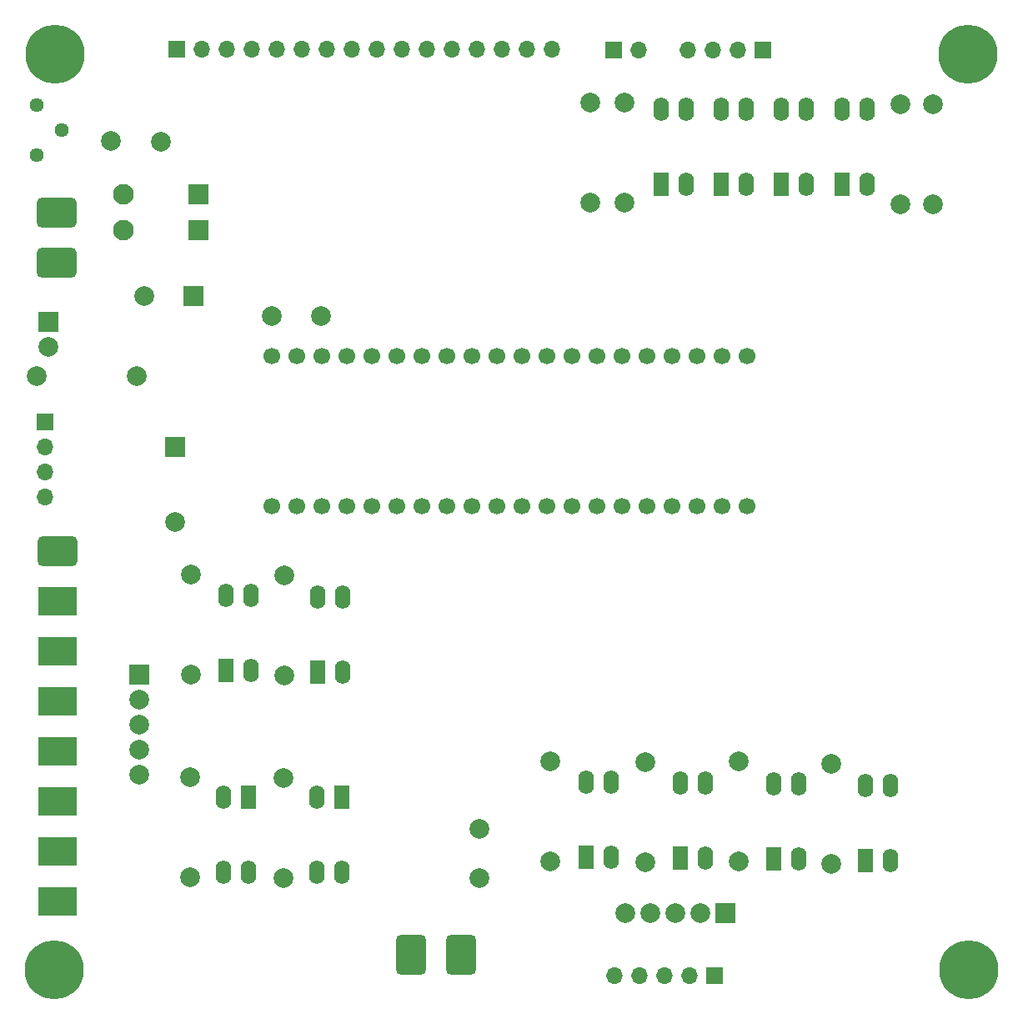
<source format=gbr>
%TF.GenerationSoftware,KiCad,Pcbnew,(6.0.8)*%
%TF.CreationDate,2023-03-03T00:45:07+05:30*%
%TF.ProjectId,STM32DryerPCB,53544d33-3244-4727-9965-725043422e6b,rev?*%
%TF.SameCoordinates,Original*%
%TF.FileFunction,Soldermask,Bot*%
%TF.FilePolarity,Negative*%
%FSLAX46Y46*%
G04 Gerber Fmt 4.6, Leading zero omitted, Abs format (unit mm)*
G04 Created by KiCad (PCBNEW (6.0.8)) date 2023-03-03 00:45:07*
%MOMM*%
%LPD*%
G01*
G04 APERTURE LIST*
G04 Aperture macros list*
%AMRoundRect*
0 Rectangle with rounded corners*
0 $1 Rounding radius*
0 $2 $3 $4 $5 $6 $7 $8 $9 X,Y pos of 4 corners*
0 Add a 4 corners polygon primitive as box body*
4,1,4,$2,$3,$4,$5,$6,$7,$8,$9,$2,$3,0*
0 Add four circle primitives for the rounded corners*
1,1,$1+$1,$2,$3*
1,1,$1+$1,$4,$5*
1,1,$1+$1,$6,$7*
1,1,$1+$1,$8,$9*
0 Add four rect primitives between the rounded corners*
20,1,$1+$1,$2,$3,$4,$5,0*
20,1,$1+$1,$4,$5,$6,$7,0*
20,1,$1+$1,$6,$7,$8,$9,0*
20,1,$1+$1,$8,$9,$2,$3,0*%
G04 Aperture macros list end*
%ADD10C,1.440000*%
%ADD11R,1.700000X1.700000*%
%ADD12O,1.700000X1.700000*%
%ADD13C,2.000000*%
%ADD14R,1.600000X2.400000*%
%ADD15O,1.600000X2.400000*%
%ADD16C,6.000000*%
%ADD17R,2.000000X2.000000*%
%ADD18RoundRect,0.416667X1.083333X1.583333X-1.083333X1.583333X-1.083333X-1.583333X1.083333X-1.583333X0*%
%ADD19RoundRect,0.416667X-1.583333X1.083333X-1.583333X-1.083333X1.583333X-1.083333X1.583333X1.083333X0*%
%ADD20R,4.000000X3.000000*%
%ADD21C,1.700000*%
%ADD22R,2.100000X2.100000*%
%ADD23C,2.100000*%
G04 APERTURE END LIST*
D10*
%TO.C,RV601*%
X-198117500Y-55762500D03*
X-195577500Y-58302500D03*
X-198117500Y-60842500D03*
%TD*%
D11*
%TO.C,J610*%
X-129292500Y-144187500D03*
D12*
X-131832500Y-144187500D03*
X-134372500Y-144187500D03*
X-136912500Y-144187500D03*
X-139452500Y-144187500D03*
%TD*%
D13*
%TO.C,R302*%
X-110392500Y-65867500D03*
X-110392500Y-55707500D03*
%TD*%
D14*
%TO.C,U206*%
X-132792500Y-132187500D03*
D15*
X-130252500Y-132187500D03*
X-130252500Y-124567500D03*
X-132792500Y-124567500D03*
%TD*%
D13*
%TO.C,R201*%
X-182592500Y-124007500D03*
X-182592500Y-134167500D03*
%TD*%
D11*
%TO.C,J606*%
X-197292500Y-87987500D03*
D12*
X-197292500Y-90527500D03*
X-197292500Y-93067500D03*
X-197292500Y-95607500D03*
%TD*%
D16*
%TO.C,H606*%
X-103592500Y-50600000D03*
%TD*%
D13*
%TO.C,C102*%
X-169292500Y-77187500D03*
X-174292500Y-77187500D03*
%TD*%
D14*
%TO.C,U304*%
X-134767500Y-63812500D03*
D15*
X-132227500Y-63812500D03*
X-132227500Y-56192500D03*
X-134767500Y-56192500D03*
%TD*%
D17*
%TO.C,RN201*%
X-187692500Y-113587500D03*
D13*
X-187692500Y-116127500D03*
X-187692500Y-118667500D03*
X-187692500Y-121207500D03*
X-187692500Y-123747500D03*
%TD*%
%TO.C,R203*%
X-173092500Y-124087500D03*
X-173092500Y-134247500D03*
%TD*%
D11*
%TO.C,J607*%
X-124372500Y-50187500D03*
D12*
X-126912500Y-50187500D03*
X-129452500Y-50187500D03*
X-131992500Y-50187500D03*
%TD*%
D13*
%TO.C,C501*%
X-153192500Y-129287500D03*
X-153192500Y-134287500D03*
%TD*%
D17*
%TO.C,RN202*%
X-128192500Y-137787500D03*
D13*
X-130732500Y-137787500D03*
X-133272500Y-137787500D03*
X-135812500Y-137787500D03*
X-138352500Y-137787500D03*
%TD*%
D11*
%TO.C,J605*%
X-139532500Y-50187500D03*
D12*
X-136992500Y-50187500D03*
%TD*%
D13*
%TO.C,R207*%
X-126817500Y-132562500D03*
X-126817500Y-122402500D03*
%TD*%
%TO.C,R205*%
X-145992500Y-132587500D03*
X-145992500Y-122427500D03*
%TD*%
%TO.C,R206*%
X-136317500Y-132662500D03*
X-136317500Y-122502500D03*
%TD*%
D17*
%TO.C,BZ601*%
X-184092500Y-90487500D03*
D13*
X-184092500Y-98087500D03*
%TD*%
D14*
%TO.C,U202*%
X-169592500Y-113387500D03*
D15*
X-167052500Y-113387500D03*
X-167052500Y-105767500D03*
X-169592500Y-105767500D03*
%TD*%
D13*
%TO.C,R204*%
X-182517500Y-113642500D03*
X-182517500Y-103482500D03*
%TD*%
D18*
%TO.C,J611*%
X-155070000Y-142045000D03*
X-160150000Y-142045000D03*
%TD*%
D14*
%TO.C,U302*%
X-122567500Y-63812500D03*
D15*
X-120027500Y-63812500D03*
X-120027500Y-56192500D03*
X-122567500Y-56192500D03*
%TD*%
D13*
%TO.C,R304*%
X-141892500Y-65667500D03*
X-141892500Y-55507500D03*
%TD*%
D19*
%TO.C,J608*%
X-195992500Y-101087500D03*
D20*
X-195992500Y-106167500D03*
X-195992500Y-111247500D03*
X-195992500Y-116327500D03*
X-195992500Y-121407500D03*
X-195992500Y-126487500D03*
X-195992500Y-131567500D03*
X-195992500Y-136647500D03*
%TD*%
D14*
%TO.C,U201*%
X-176617500Y-126062500D03*
D15*
X-179157500Y-126062500D03*
X-179157500Y-133682500D03*
X-176617500Y-133682500D03*
%TD*%
D14*
%TO.C,U203*%
X-167117500Y-126062500D03*
D15*
X-169657500Y-126062500D03*
X-169657500Y-133682500D03*
X-167117500Y-133682500D03*
%TD*%
D21*
%TO.C,U101*%
X-174257500Y-96507500D03*
X-171717500Y-96507500D03*
X-169177500Y-96507500D03*
X-166637500Y-96507500D03*
X-164097500Y-96507500D03*
X-161557500Y-96507500D03*
X-159017500Y-96507500D03*
X-156477500Y-96507500D03*
X-153937500Y-96507500D03*
X-151397500Y-96507500D03*
X-148857500Y-96507500D03*
X-146317500Y-96507500D03*
X-143777500Y-96507500D03*
X-141237500Y-96507500D03*
X-138697500Y-96507500D03*
X-136157500Y-96507500D03*
X-133617500Y-96507500D03*
X-131077500Y-96507500D03*
X-128537500Y-96507500D03*
X-125997500Y-96507500D03*
X-125997500Y-81267500D03*
X-128537500Y-81267500D03*
X-131077500Y-81267500D03*
X-133617500Y-81267500D03*
X-136157500Y-81267500D03*
X-138697500Y-81267500D03*
X-141237500Y-81267500D03*
X-143777500Y-81267500D03*
X-146317500Y-81267500D03*
X-148857500Y-81267500D03*
X-151397500Y-81267500D03*
X-153937500Y-81267500D03*
X-156477500Y-81267500D03*
X-159017500Y-81267500D03*
X-161557500Y-81267500D03*
X-164097500Y-81267500D03*
X-166637500Y-81267500D03*
X-169177500Y-81267500D03*
X-171717500Y-81267500D03*
X-174257500Y-81267500D03*
%TD*%
D22*
%TO.C,D101*%
X-181722500Y-68447500D03*
D23*
X-189342500Y-68447500D03*
%TD*%
D14*
%TO.C,U301*%
X-116367500Y-63812500D03*
D15*
X-113827500Y-63812500D03*
X-113827500Y-56192500D03*
X-116367500Y-56192500D03*
%TD*%
D13*
%TO.C,R208*%
X-117417500Y-132842500D03*
X-117417500Y-122682500D03*
%TD*%
D16*
%TO.C,H607*%
X-196392500Y-143600000D03*
%TD*%
D17*
%TO.C,D102*%
X-196932500Y-77772500D03*
D13*
X-196932500Y-80312500D03*
%TD*%
D14*
%TO.C,U303*%
X-128667500Y-63812500D03*
D15*
X-126127500Y-63812500D03*
X-126127500Y-56192500D03*
X-128667500Y-56192500D03*
%TD*%
D14*
%TO.C,U207*%
X-123292500Y-132287500D03*
D15*
X-120752500Y-132287500D03*
X-120752500Y-124667500D03*
X-123292500Y-124667500D03*
%TD*%
D14*
%TO.C,U204*%
X-178892500Y-113187500D03*
D15*
X-176352500Y-113187500D03*
X-176352500Y-105567500D03*
X-178892500Y-105567500D03*
%TD*%
D14*
%TO.C,U208*%
X-113992500Y-132487500D03*
D15*
X-111452500Y-132487500D03*
X-111452500Y-124867500D03*
X-113992500Y-124867500D03*
%TD*%
D16*
%TO.C,H605*%
X-196300000Y-50600000D03*
%TD*%
D22*
%TO.C,D101*%
X-181722500Y-64847500D03*
D23*
X-189342500Y-64847500D03*
%TD*%
D19*
%TO.C,J101*%
X-196075000Y-66725000D03*
X-196075000Y-71805000D03*
%TD*%
D13*
%TO.C,R303*%
X-138492500Y-65667500D03*
X-138492500Y-55507500D03*
%TD*%
D14*
%TO.C,U205*%
X-142367500Y-132112500D03*
D15*
X-139827500Y-132112500D03*
X-139827500Y-124492500D03*
X-142367500Y-124492500D03*
%TD*%
D16*
%TO.C,H608*%
X-103450000Y-143600000D03*
%TD*%
D13*
%TO.C,R202*%
X-173017500Y-113662500D03*
X-173017500Y-103502500D03*
%TD*%
%TO.C,F101*%
X-190572500Y-59447500D03*
X-185492500Y-59457500D03*
%TD*%
D17*
%TO.C,C101*%
X-182232500Y-75147500D03*
D13*
X-187232500Y-75147500D03*
%TD*%
%TO.C,R101*%
X-198112500Y-83247500D03*
X-187952500Y-83247500D03*
%TD*%
%TO.C,R301*%
X-107092500Y-65867500D03*
X-107092500Y-55707500D03*
%TD*%
D11*
%TO.C,J609*%
X-183892500Y-50087500D03*
D12*
X-181352500Y-50087500D03*
X-178812500Y-50087500D03*
X-176272500Y-50087500D03*
X-173732500Y-50087500D03*
X-171192500Y-50087500D03*
X-168652500Y-50087500D03*
X-166112500Y-50087500D03*
X-163572500Y-50087500D03*
X-161032500Y-50087500D03*
X-158492500Y-50087500D03*
X-155952500Y-50087500D03*
X-153412500Y-50087500D03*
X-150872500Y-50087500D03*
X-148332500Y-50087500D03*
X-145792500Y-50087500D03*
%TD*%
M02*

</source>
